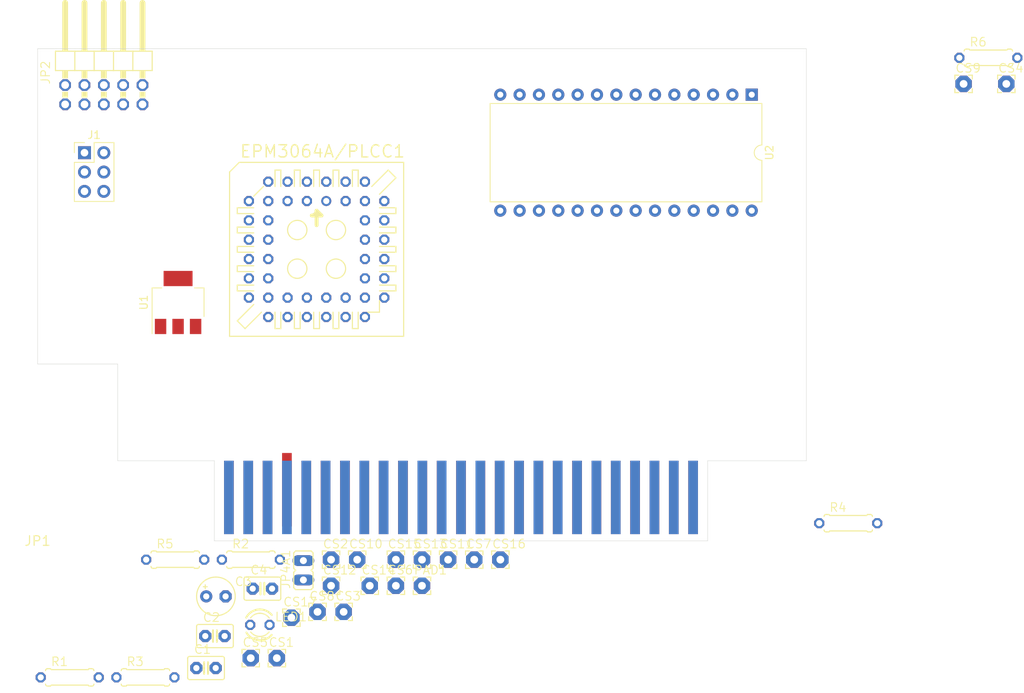
<source format=kicad_pcb>
(kicad_pcb (version 20211014) (generator pcbnew)
  (layers (0 "F.Cu" signal) (31 "B.Cu" signal) (34 "B.Paste" user) (35 "F.Paste" user) (36 "B.SilkS" user "B.Silkscreen") (37 "F.SilkS" user "F.Silkscreen") (38 "B.Mask" user) (39 "F.Mask" user) (44 "Edge.Cuts" user))
  (net 0 "")
  (net 1 "A8")
  (net 2 "A13")
  (net 3 "A2")
  (net 4 "A4")
  (net 5 "D0")
  (net 6 "D2")
  (net 7 "D4")
  (net 8 "D6")
  (net 9 "A9")
  (net 10 "A11")
  (net 11 "A7")
  (net 12 "A12")
  (net 13 "A1")
  (net 14 "A3")
  (net 15 "A5")
  (net 16 "D1")
  (net 17 "D3")
  (net 18 "D5")
  (net 19 "D7")
  (net 20 "GND")
  (net 21 "A6")
  (net 22 "A0")
  (net 23 "A10")
  (net 24 "SLTSL")
  (net 25 "CS1")
  (net 26 "RD")
  (net 27 "WR")
  (net 28 "IORQ")
  (net 29 "CS2")
  (net 30 "ROM_A14")
  (net 31 "VCC")
  (net 32 "Net-(CS1-Pad1)")
  (net 33 "Net-(CS2-Pad1)")
  (net 34 "Net-(CS3-Pad1)")
  (net 35 "Net-(CS4-Pad1)")
  (net 36 "Net-(CS5-Pad1)")
  (net 37 "Net-(CS6-Pad1)")
  (net 38 "Net-(CS7-Pad1)")
  (net 40 "Net-(CS9-Pad1)")
  (net 41 "Net-(CS10-Pad1)")
  (net 42 "Net-(CS11-Pad1)")
  (net 43 "Net-(CS12-Pad1)")
  (net 44 "Net-(CS13-Pad1)")
  (net 45 "Net-(CS14-Pad1)")
  (net 46 "Net-(CS15-Pad1)")
  (net 47 "Net-(CS16-Pad1)")
  (net 48 "Net-(CS17-Pad1)")
  (net 49 "+3.3V")
  (net 50 "SPI_MOSI")
  (net 51 "BUSDIR_CPLD")
  (net 52 "TDI")
  (net 53 "LED")
  (net 54 "SPI_RDY")
  (net 55 "TMS")
  (net 56 "SPI_CS")
  (net 57 "TCK")
  (net 58 "SPI_SCLK")
  (net 59 "TDO")
  (net 60 "SPI_MISO")
  (net 61 "CS12")
  (net 62 "ROM_OE")
  (net 64 "BUSDIR_Z80")
  (net 66 "Net-(JP1-Pad44)")
  (net 67 "SNDIN")
  (net 71 "Net-(LED1-PadA)")
  (net 73 "+5V")
  (net 74 "+3V3")
  (footprint "msxpi:0207_7" (layer "F.Cu") (at 102.201803 155.308195)
    (fp_text reference "R1" (at -2.54 -1.397) (layer "F.SilkS") (effects (font (size 1.143 1.143) (thickness 0.127)) (justify left bottom)))
    (fp_text value "270R")
    (pad "1" thru_hole roundrect (at -3.81 0) (size 1.3208 1.3208) (drill 0.8128) (layers *.Cu *.Mask) (chamfer_ratio 0.2928932188) (chamfer top_left top_right bottom_left bottom_right) (net 71 "Net-(LED1-PadA)"))
    (pad "2" thru_hole roundrect (at 3.81 0) (size 1.3208 1.3208) (drill 0.8128) (layers *.Cu *.Mask) (chamfer_ratio 0.2928932188) (chamfer top_left top_right bottom_left bottom_right) (net 53 "LED"))
  )
  (footprint "msxpi:2,15_1,0" (layer "F.Cu") (at 148.460603 143.268195)
    (fp_text reference "PAD1" (at -1.143 -1.397) (layer "F.SilkS") (effects (font (size 1.143 1.143) (thickness 0.127)) (justify left bottom)))
    (fp_text value "2,15/1,0")
    (pad "1" thru_hole roundrect (at 0 0) (size 2.159 2.159) (drill 1.016) (layers *.Cu *.Mask) (chamfer_ratio 0.2928932188) (chamfer top_left top_right bottom_left bottom_right))
  )
  (footprint "msxpi:2,15_1,0" (layer "F.Cu") (at 225.190603 77.318195)
    (fp_text reference "CS4" (at -1.143 -1.397) (layer "F.SilkS") (effects (font (size 1.143 1.143) (thickness 0.127)) (justify left bottom)))
    (fp_text value "2,15/1,0")
    (pad "1" thru_hole roundrect (at 0 0) (size 2.159 2.159) (drill 1.016) (layers *.Cu *.Mask) (chamfer_ratio 0.2928932188) (chamfer top_left top_right bottom_left bottom_right) (net 35 "Net-(CS4-Pad1)"))
  )
  (footprint "msxpi:2,15_1,0" (layer "F.Cu") (at 155.320603 139.838195)
    (fp_text reference "CS7" (at -1.143 -1.397) (layer "F.SilkS") (effects (font (size 1.143 1.143) (thickness 0.127)) (justify left bottom)))
    (fp_text value "2,15/1,0")
    (pad "1" thru_hole roundrect (at 0 0) (size 2.159 2.159) (drill 1.016) (layers *.Cu *.Mask) (chamfer_ratio 0.2928932188) (chamfer top_left top_right bottom_left bottom_right) (net 38 "Net-(CS7-Pad1)"))
  )
  (footprint "msxpi:2,15_1,0" (layer "F.Cu") (at 129.400603 152.778195)
    (fp_text reference "CS1" (at -1.143 -1.397) (layer "F.SilkS") (effects (font (size 1.143 1.143) (thickness 0.127)) (justify left bottom)))
    (fp_text value "2,15/1,0")
    (pad "1" thru_hole roundrect (at 0 0) (size 2.159 2.159) (drill 1.016) (layers *.Cu *.Mask) (chamfer_ratio 0.2928932188) (chamfer top_left top_right bottom_left bottom_right) (net 32 "Net-(CS1-Pad1)"))
  )
  (footprint "Package_DIP:DIP-28_W15.24mm" (layer "F.Cu") (at 191.76 78.735 -90)
    (fp_text reference "U2" (at 7.62 -2.33 90) (layer "F.SilkS"))
    (fp_text value "27C256")
    (pad "1" thru_hole rect (at 0 0 270) (size 1.6 1.6) (drill 0.8) (layers *.Cu *.Mask) (net 44 "Net-(CS13-Pad1)"))
    (pad "2" thru_hole oval (at 0 2.54 270) (size 1.6 1.6) (drill 0.8) (layers *.Cu *.Mask) (net 12 "A12"))
    (pad "3" thru_hole oval (at 0 5.08 270) (size 1.6 1.6) (drill 0.8) (layers *.Cu *.Mask) (net 11 "A7"))
    (pad "4" thru_hole oval (at 0 7.62 270) (size 1.6 1.6) (drill 0.8) (layers *.Cu *.Mask) (net 21 "A6"))
    (pad "5" thru_hole oval (at 0 10.16 270) (size 1.6 1.6) (drill 0.8) (layers *.Cu *.Mask) (net 15 "A5"))
    (pad "6" thru_hole oval (at 0 12.7 270) (size 1.6 1.6) (drill 0.8) (layers *.Cu *.Mask) (net 4 "A4"))
    (pad "7" thru_hole oval (at 0 15.24 270) (size 1.6 1.6) (drill 0.8) (layers *.Cu *.Mask) (net 14 "A3"))
    (pad "8" thru_hole oval (at 0 17.78 270) (size 1.6 1.6) (drill 0.8) (layers *.Cu *.Mask) (net 3 "A2"))
    (pad "9" thru_hole oval (at 0 20.32 270) (size 1.6 1.6) (drill 0.8) (layers *.Cu *.Mask) (net 13 "A1"))
    (pad "10" thru_hole oval (at 0 22.86 270) (size 1.6 1.6) (drill 0.8) (layers *.Cu *.Mask) (net 22 "A0"))
    (pad "11" thru_hole oval (at 0 25.4 270) (size 1.6 1.6) (drill 0.8) (layers *.Cu *.Mask) (net 5 "D0"))
    (pad "12" thru_hole oval (at 0 27.94 270) (size 1.6 1.6) (drill 0.8) (layers *.Cu *.Mask) (net 16 "D1"))
    (pad "13" thru_hole oval (at 0 30.48 270) (size 1.6 1.6) (drill 0.8) (layers *.Cu *.Mask) (net 6 "D2"))
    (pad "14" thru_hole oval (at 0 33.02 270) (size 1.6 1.6) (drill 0.8) (layers *.Cu *.Mask))
    (pad "15" thru_hole oval (at 15.24 33.02 270) (size 1.6 1.6) (drill 0.8) (layers *.Cu *.Mask) (net 17 "D3"))
    (pad "16" thru_hole oval (at 15.24 30.48 270) (size 1.6 1.6) (drill 0.8) (layers *.Cu *.Mask) (net 7 "D4"))
    (pad "17" thru_hole oval (at 15.24 27.94 270) (size 1.6 1.6) (drill 0.8) (layers *.Cu *.Mask) (net 18 "D5"))
    (pad "18" thru_hole oval (at 15.24 25.4 270) (size 1.6 1.6) (drill 0.8) (layers *.Cu *.Mask) (net 8 "D6"))
    (pad "19" thru_hole oval (at 15.24 22.86 270) (size 1.6 1.6) (drill 0.8) (layers *.Cu *.Mask) (net 19 "D7"))
    (pad "20" thru_hole oval (at 15.24 20.32 270) (size 1.6 1.6) (drill 0.8) (layers *.Cu *.Mask) (net 24 "SLTSL"))
    (pad "21" thru_hole oval (at 15.24 17.78 270) (size 1.6 1.6) (drill 0.8) (layers *.Cu *.Mask) (net 23 "A10"))
    (pad "22" thru_hole oval (at 15.24 15.24 270) (size 1.6 1.6) (drill 0.8) (layers *.Cu *.Mask) (net 62 "ROM_OE"))
    (pad "23" thru_hole oval (at 15.24 12.7 270) (size 1.6 1.6) (drill 0.8) (layers *.Cu *.Mask) (net 10 "A11"))
    (pad "24" thru_hole oval (at 15.24 10.16 270) (size 1.6 1.6) (drill 0.8) (layers *.Cu *.Mask) (net 9 "A9"))
    (pad "25" thru_hole oval (at 15.24 7.62 270) (size 1.6 1.6) (drill 0.8) (layers *.Cu *.Mask) (net 1 "A8"))
    (pad "26" thru_hole oval (at 15.24 5.08 270) (size 1.6 1.6) (drill 0.8) (layers *.Cu *.Mask) (net 2 "A13"))
    (pad "27" thru_hole oval (at 15.24 2.54 270) (size 1.6 1.6) (drill 0.8) (layers *.Cu *.Mask) (net 30 "ROM_A14"))
    (pad "28" thru_hole oval (at 15.24 0 270) (size 1.6 1.6) (drill 0.8) (layers *.Cu *.Mask) (net 73 "+5V"))
  )
  (footprint "msxpi:2,15_1,0" (layer "F.Cu") (at 139.950603 139.838195)
    (fp_text reference "CS10" (at -1.143 -1.397) (layer "F.SilkS") (effects (font (size 1.143 1.143) (thickness 0.127)) (justify left bottom)))
    (fp_text value "2,15/1,0")
    (pad "1" thru_hole roundrect (at 0 0) (size 2.159 2.159) (drill 1.016) (layers *.Cu *.Mask) (chamfer_ratio 0.2928932188) (chamfer top_left top_right bottom_left bottom_right) (net 41 "Net-(CS10-Pad1)"))
  )
  (footprint "msxpi:2,15_1,0" (layer "F.Cu") (at 145.030603 143.268195)
    (fp_text reference "CS6" (at -1.143 -1.397) (layer "F.SilkS") (effects (font (size 1.143 1.143) (thickness 0.127)) (justify left bottom)))
    (fp_text value "2,15/1,0")
    (pad "1" thru_hole roundrect (at 0 0) (size 2.159 2.159) (drill 1.016) (layers *.Cu *.Mask) (chamfer_ratio 0.2928932188) (chamfer top_left top_right bottom_left bottom_right) (net 37 "Net-(CS6-Pad1)"))
  )
  (footprint "msxpi:2X05_90" (layer "F.Cu") (at 106.68 73.66)
    (fp_text reference "JP2" (at -6.985 3.81 90) (layer "F.SilkS") (effects (font (size 1.143 1.143) (thickness 0.127)) (justify left bottom)))
    (fp_text value "JTAG")
    (pad "1" thru_hole roundrect (at -5.08 6.35) (size 1.524 1.524) (drill 1.016) (layers *.Cu *.Mask) (chamfer_ratio 0.2928932188) (chamfer top_left top_right bottom_left bottom_right) (net 57 "TCK"))
    (pad "2" thru_hole roundrect (at -5.08 3.81) (size 1.524 1.524) (drill 1.016) (layers *.Cu *.Mask) (chamfer_ratio 0.2928932188) (chamfer top_left top_right bottom_left bottom_right) (net 20 "GND"))
    (pad "3" thru_hole roundrect (at -2.54 6.35) (size 1.524 1.524) (drill 1.016) (layers *.Cu *.Mask) (chamfer_ratio 0.2928932188) (chamfer top_left top_right bottom_left bottom_right) (net 59 "TDO"))
    (pad "4" thru_hole roundrect (at -2.54 3.81) (size 1.524 1.524) (drill 1.016) (layers *.Cu *.Mask) (chamfer_ratio 0.2928932188) (chamfer top_left top_right bottom_left bottom_right) (net 73 "+5V"))
    (pad "5" thru_hole roundrect (at 0 6.35) (size 1.524 1.524) (drill 1.016) (layers *.Cu *.Mask) (chamfer_ratio 0.2928932188) (chamfer top_left top_right bottom_left bottom_right) (net 55 "TMS"))
    (pad "6" thru_hole roundrect (at 0 3.81) (size 1.524 1.524) (drill 1.016) (layers *.Cu *.Mask) (chamfer_ratio 0.2928932188) (chamfer top_left top_right bottom_left bottom_right))
    (pad "7" thru_hole roundrect (at 2.54 6.35) (size 1.524 1.524) (drill 1.016) (layers *.Cu *.Mask) (chamfer_ratio 0.2928932188) (chamfer top_left top_right bottom_left bottom_right))
    (pad "8" thru_hole roundrect (at 2.54 3.81) (size 1.524 1.524) (drill 1.016) (layers *.Cu *.Mask) (chamfer_ratio 0.2928932188) (chamfer top_left top_right bottom_left bottom_right))
    (pad "9" thru_hole roundrect (at 5.08 6.35) (size 1.524 1.524) (drill 1.016) (layers *.Cu *.Mask) (chamfer_ratio 0.2928932188) (chamfer top_left top_right bottom_left bottom_right) (net 52 "TDI"))
    (pad "10" thru_hole roundrect (at 5.08 3.81) (size 1.524 1.524) (drill 1.016) (layers *.Cu *.Mask) (chamfer_ratio 0.2928932188) (chamfer top_left top_right bottom_left bottom_right) (net 20 "GND"))
  )
  (footprint "msxpi:2,15_1,0" (layer "F.Cu") (at 125.970603 152.778195)
    (fp_text reference "CS5" (at -1.143 -1.397) (layer "F.SilkS") (effects (font (size 1.143 1.143) (thickness 0.127)) (justify left bottom)))
    (fp_text value "2,15/1,0")
    (pad "1" thru_hole roundrect (at 0 0) (size 2.159 2.159) (drill 1.016) (layers *.Cu *.Mask) (chamfer_ratio 0.2928932188) (chamfer top_left top_right bottom_left bottom_right) (net 36 "Net-(CS5-Pad1)"))
  )
  (footprint "msxpi:2,15_1,0" (layer "F.Cu") (at 134.740603 146.698195)
    (fp_text reference "CS8" (at -1.143 -1.397) (layer "F.SilkS") (effects (font (size 1.143 1.143) (thickness 0.127)) (justify left bottom)))
    (fp_text value "2,15/1,0")
    (pad "1" thru_hole roundrect (at 0 0) (size 2.159 2.159) (drill 1.016) (layers *.Cu *.Mask) (chamfer_ratio 0.2928932188) (chamfer top_left top_right bottom_left bottom_right))
  )
  (footprint "msxpi:E2,5-5" (layer "F.Cu") (at 121.397603 144.665195)
    (fp_text reference "C3" (at 2.413 -1.27) (layer "F.SilkS") (effects (font (size 1.143 1.143) (thickness 0.127)) (justify left bottom)))
    (fp_text value "CPOL-EUE2.5-5")
    (pad "+" thru_hole circle (at -1.27 0) (size 1.6002 1.6002) (drill 0.8128) (layers *.Cu *.Mask) (net 74 "+3V3"))
    (pad "-" thru_hole roundrect (at 1.27 0) (size 1.6002 1.6002) (drill 0.8128) (layers *.Cu *.Mask) (chamfer_ratio 0.2928932188) (chamfer top_left top_right bottom_left bottom_right) (net 20 "GND"))
  )
  (footprint "msxpi:2,15_1,0" (layer "F.Cu") (at 145.030603 139.838195)
    (fp_text reference "CS15" (at -1.143 -1.397) (layer "F.SilkS") (effects (font (size 1.143 1.143) (thickness 0.127)) (justify left bottom)))
    (fp_text value "2,15/1,0")
    (pad "1" thru_hole roundrect (at 0 0) (size 2.159 2.159) (drill 1.016) (layers *.Cu *.Mask) (chamfer_ratio 0.2928932188) (chamfer top_left top_right bottom_left bottom_right) (net 46 "Net-(CS15-Pad1)"))
  )
  (footprint "msxpi:2,15_1,0" (layer "F.Cu") (at 148.460603 139.838195)
    (fp_text reference "CS13" (at -1.143 -1.397) (layer "F.SilkS") (effects (font (size 1.143 1.143) (thickness 0.127)) (justify left bottom)))
    (fp_text value "2,15/1,0")
    (pad "1" thru_hole roundrect (at 0 0) (size 2.159 2.159) (drill 1.016) (layers *.Cu *.Mask) (chamfer_ratio 0.2928932188) (chamfer top_left top_right bottom_left bottom_right) (net 44 "Net-(CS13-Pad1)"))
  )
  (footprint "msxpi:0207_7" (layer "F.Cu") (at 222.831803 73.888195)
    (fp_text reference "R6" (at -2.54 -1.397) (layer "F.SilkS") (effects (font (size 1.143 1.143) (thickness 0.127)) (justify left bottom)))
    (fp_text value "1K")
    (pad "1" thru_hole roundrect (at -3.81 0) (size 1.3208 1.3208) (drill 0.8128) (layers *.Cu *.Mask) (chamfer_ratio 0.2928932188) (chamfer top_left top_right bottom_left bottom_right) (net 73 "+5V"))
    (pad "2" thru_hole roundrect (at 3.81 0) (size 1.3208 1.3208) (drill 0.8128) (layers *.Cu *.Mask) (chamfer_ratio 0.2928932188) (chamfer top_left top_right bottom_left bottom_right) (net 52 "TDI"))
  )
  (footprint "msxpi:C2.5-3" (layer "F.Cu") (at 121.270603 149.879195)
    (fp_text reference "C2" (at -1.651 -1.778) (layer "F.SilkS") (effects (font (size 1.143 1.143) (thickness 0.127)) (justify left bottom)))
    (fp_text value "C2,5-3")
    (pad "1" thru_hole roundrect (at -1.27 0) (size 1.6002 1.6002) (drill 0.8128) (layers *.Cu *.Mask) (chamfer_ratio 0.2928932188) (chamfer top_left top_right bottom_left bottom_right) (net 31 "VCC"))
    (pad "2" thru_hole roundrect (at 1.27 0) (size 1.6002 1.6002) (drill 0.8128) (layers *.Cu *.Mask) (chamfer_ratio 0.2928932188) (chamfer top_left top_right bottom_left bottom_right) (net 20 "GND"))
  )
  (footprint "msxpi:C2.5-3" (layer "F.Cu") (at 120.100603 154.079195)
    (fp_text reference "C1" (at -1.651 -1.778) (layer "F.SilkS") (effects (font (size 1.143 1.143) (thickness 0.127)) (justify left bottom)))
    (fp_text value "C2,5-3")
    (pad "1" thru_hole roundrect (at -1.27 0) (size 1.6002 1.6002) (drill 0.8128) (layers *.Cu *.Mask) (chamfer_ratio 0.2928932188) (chamfer top_left top_right bottom_left bottom_right) (net 73 "+5V"))
    (pad "2" thru_hole roundrect (at 1.27 0) (size 1.6002 1.6002) (drill 0.8128) (layers *.Cu *.Mask) (chamfer_ratio 0.2928932188) (chamfer top_left top_right bottom_left bottom_right) (net 20 "GND"))
  )
  (footprint "msxpi:0207_7" (layer "F.Cu") (at 204.431803 135.048195)
    (fp_text reference "R4" (at -2.54 -1.397) (layer "F.SilkS") (effects (font (size 1.143 1.143) (thickness 0.127)) (justify left bottom)))
    (fp_text value "1K")
    (pad "1" thru_hole roundrect (at -3.81 0) (size 1.3208 1.3208) (drill 0.8128) (layers *.Cu *.Mask) (chamfer_ratio 0.2928932188) (chamfer top_left top_right bottom_left bottom_right) (net 73 "+5V"))
    (pad "2" thru_hole roundrect (at 3.81 0) (size 1.3208 1.3208) (drill 0.8128) (layers *.Cu *.Mask) (chamfer_ratio 0.2928932188) (chamfer top_left top_right bottom_left bottom_right) (net 59 "TDO"))
  )
  (footprint "Package_TO_SOT_SMD:SOT-223-3_TabPin2" (layer "F.Cu") (at 116.429715 106.043262 90)
    (fp_text reference "U1" (at 0 -4.5 90) (layer "F.SilkS"))
    (fp_text value "LD1117/LD33A_SOT223")
    (pad "1" smd rect (at -3.15 -2.3 90) (size 2 1.5) (layers "F.Cu" "F.Paste" "F.Mask") (net 20 "GND"))
    (pad "2" smd rect (at -3.15 0 90) (size 2 1.5) (layers "F.Cu" "F.Paste" "F.Mask") (net 74 "+3V3"))
    (pad "2" smd rect (at 3.15 0 90) (size 2 3.8) (layers "F.Cu" "F.Paste" "F.Mask") (net 74 "+3V3"))
    (pad "3" smd rect (at -3.15 2.3 90) (size 2 1.5) (layers "F.Cu" "F.Paste" "F.Mask") (net 73 "+5V"))
  )
  (footprint "msxpi:2,15_1,0" (layer "F.Cu") (at 136.520603 143.268195)
    (fp_text reference "CS12" (at -1.143 -1.397) (layer "F.SilkS") (effects (font (size 1.143 1.143) (thickness 0.127)) (justify left bottom)))
    (fp_text value "2,15/1,0")
    (pad "1" thru_hole roundrect (at 0 0) (size 2.159 2.159) (drill 1.016) (layers *.Cu *.Mask) (chamfer_ratio 0.2928932188) (chamfer top_left top_right bottom_left bottom_right) (net 43 "Net-(CS12-Pad1)"))
  )
  (footprint "msxpi:2,15_1,0" (layer "F.Cu") (at 158.750603 139.838195)
    (fp_text reference "CS16" (at -1.143 -1.397) (layer "F.SilkS") (effects (font (size 1.143 1.143) (thickness 0.127)) (justify left bottom)))
    (fp_text value "2,15/1,0")
    (pad "1" thru_hole roundrect (at 0 0) (size 2.159 2.159) (drill 1.016) (layers *.Cu *.Mask) (chamfer_ratio 0.2928932188) (chamfer top_left top_right bottom_left bottom_right) (net 47 "Net-(CS16-Pad1)"))
  )
  (footprint "msxpi:2,15_1,0" (layer "F.Cu") (at 138.170603 146.698195)
    (fp_text reference "CS3" (at -1.143 -1.397) (layer "F.SilkS") (effects (font (size 1.143 1.143) (thickness 0.127)) (justify left bottom)))
    (fp_text value "2,15/1,0")
    (pad "1" thru_hole roundrect (at 0 0) (size 2.159 2.159) (drill 1.016) (layers *.Cu *.Mask) (chamfer_ratio 0.2928932188) (chamfer top_left top_right bottom_left bottom_right) (net 34 "Net-(CS3-Pad1)"))
  )
  (footprint "Connector_PinHeader_2.54mm:PinHeader_2x03_P2.54mm_Vertical" (layer "F.Cu") (at 104.14 86.36)
    (fp_text reference "J1" (at 1.27 -2.33) (layer "F.SilkS"))
    (fp_text value "BANK SELECT")
    (pad "1" thru_hole rect (at 0 0) (size 1.7 1.7) (drill 1) (layers *.Cu *.Mask) (net 61 "CS12"))
    (pad "2" thru_hole oval (at 2.54 0) (size 1.7 1.7) (drill 1) (layers *.Cu *.Mask) (net 62 "ROM_OE"))
    (pad "3" thru_hole oval (at 0 2.54) (size 1.7 1.7) (drill 1) (layers *.Cu *.Mask) (net 29 "CS2"))
    (pad "4" thru_hole oval (at 2.54 2.54) (size 1.7 1.7) (drill 1) (layers *.Cu *.Mask) (net 62 "ROM_OE"))
    (pad "5" thru_hole oval (at 0 5.08) (size 1.7 1.7) (drill 1) (layers *.Cu *.Mask) (net 25 "CS1"))
    (pad "6" thru_hole oval (at 2.54 5.08) (size 1.7 1.7) (drill 1) (layers *.Cu *.Mask) (net 62 "ROM_OE"))
  )
  (footprint "msxpi:2,15_1,0" (layer "F.Cu") (at 151.890603 139.838195)
    (fp_text reference "CS11" (at -1.143 -1.397) (layer "F.SilkS") (effects (font (size 1.143 1.143) (thickness 0.127)) (justify left bottom)))
    (fp_text value "2,15/1,0")
    (pad "1" thru_hole roundrect (at 0 0) (size 2.159 2.159) (drill 1.016) (layers *.Cu *.Mask) (chamfer_ratio 0.2928932188) (chamfer top_left top_right bottom_left bottom_right) (net 42 "Net-(CS11-Pad1)"))
  )
  (footprint "msxpi:0207_7" (layer "F.Cu") (at 116.051803 139.838195)
    (fp_text reference "R5" (at -2.54 -1.397) (layer "F.SilkS") (effects (font (size 1.143 1.143) (thickness 0.127)) (justify left bottom)))
    (fp_text value "1K")
    (pad "1" thru_hole roundrect (at -3.81 0) (size 1.3208 1.3208) (drill 0.8128) (layers *.Cu *.Mask) (chamfer_ratio 0.2928932188) (chamfer top_left top_right bottom_left bottom_right) (net 73 "+5V"))
    (pad "2" thru_hole roundrect (at 3.81 0) (size 1.3208 1.3208) (drill 0.8128) (layers *.Cu *.Mask) (chamfer_ratio 0.2928932188) (chamfer top_left top_right bottom_left bottom_right) (net 55 "TMS"))
  )
  (footprint "msxpi:JP1" (layer "F.Cu") (at 132.883803 141.235195)
    (fp_text reference "JP4A1" (at -1.651 2.54 90) (layer "F.SilkS") (effects (font (size 1.143 1.143) (thickness 0.127)) (justify left bottom)))
    (fp_text value "JP4B")
    (pad "1" thru_hole oval (at 0 1.27) (size 2.8448 1.4224) (drill 0.9144) (layers *.Cu *.Mask) (net 64 "BUSDIR_Z80"))
    (pad "2" thru_hole oval (at 0 -1.27) (size 2.8448 1.4224) (drill 0.9144) (layers *.Cu *.Mask) (net 51 "BUSDIR_CPLD"))
  )
  (footprint "msxpi:2,15_1,0" (layer "F.Cu") (at 131.310603 147.468195)
    (fp_text reference "CS17" (at -1.143 -1.397) (layer "F.SilkS") (effects (font (size 1.143 1.143) (thickness 0.127)) (justify left bottom)))
    (fp_text value "2,15/1,0")
    (pad "1" thru_hole roundrect (at 0 0) (size 2.159 2.159) (drill 1.016) (layers *.Cu *.Mask) (chamfer_ratio 0.2928932188) (chamfer top_left top_right bottom_left bottom_right) (net 48 "Net-(CS17-Pad1)"))
  )
  (footprint "msxpi:2,15_1,0" (layer "F.Cu") (at 219.580603 77.318195)
    (fp_text reference "CS9" (at -1.143 -1.397) (layer "F.SilkS") (effects (font (size 1.143 1.143) (thickness 0.127)) (justify left bottom)))
    (fp_text value "2,15/1,0")
    (pad "1" thru_hole roundrect (at 0 0) (size 2.159 2.159) (drill 1.016) (layers *.Cu *.Mask) (chamfer_ratio 0.2928932188) (chamfer top_left top_right bottom_left bottom_right) (net 40 "Net-(CS9-Pad1)"))
  )
  (footprint "msxpi:LED3MM" (layer "F.Cu") (at 127.170403 148.407995)
    (fp_text reference "LED1" (at 1.905 -0.381) (layer "F.SilkS") (effects (font (size 1.143 1.143) (thickness 0.127)) (justify left bottom)))
    (fp_text value "LED3MM")
    (pad "A" thru_hole roundrect (at -1.27 0) (size 1.3208 1.3208) (drill 0.8128) (layers *.Cu *.Mask) (chamfer_ratio 0.2928932188) (chamfer top_left top_right bottom_left bottom_right) (net 71 "Net-(LED1-PadA)"))
    (pad "K" thru_hole roundrect (at 1.27 0) (size 1.3208 1.3208) (drill 0.8128) (layers *.Cu *.Mask) (chamfer_ratio 0.2928932188) (chamfer top_left top_right bottom_left bottom_right) (net 20 "GND"))
  )
  (footprint "msxpi:2,15_1,0" (layer "F.Cu") (at 141.600603 143.268195)
    (fp_text reference "CS14" (at -1.143 -1.397) (layer "F.SilkS") (effects (font (size 1.143 1.143) (thickness 0.127)) (justify left bottom)))
    (fp_text value "2,15/1,0")
    (pad "1" thru_hole roundrect (at 0 0) (size 2.159 2.159) (drill 1.016) (layers *.Cu *.Mask) (chamfer_ratio 0.2928932188) (chamfer top_left top_right bottom_left bottom_right) (net 45 "Net-(CS14-Pad1)"))
  )
  (footprint "msxpi:2,15_1,0" (layer "F.Cu") (at 136.520603 139.838195)
    (fp_text reference "CS2" (at -1.143 -1.397) (layer "F.SilkS") (effects (font (size 1.143 1.143) (thickness 0.127)) (justify left bottom)))
    (fp_text value "2,15/1,0")
    (pad "1" thru_hole roundrect (at 0 0) (size 2.159 2.159) (drill 1.016) (layers *.Cu *.Mask) (chamfer_ratio 0.2928932188) (chamfer top_left top_right bottom_left bottom_right) (net 33 "Net-(CS2-Pad1)"))
  )
  (footprint "msxpi:0207_7" (layer "F.Cu") (at 112.141803 155.308195)
    (fp_text reference "R3" (at -2.54 -1.397) (layer "F.SilkS") (effects (font (size 1.143 1.143) (thickness 0.127)) (justify left bottom)))
    (fp_text value "1K")
    (pad "1" thru_hole roundrect (at -3.81 0) (size 1.3208 1.3208) (drill 0.8128) (layers *.Cu *.Mask) (chamfer_ratio 0.2928932188) (chamfer top_left top_right bottom_left bottom_right) (net 20 "GND"))
    (pad "2" thru_hole roundrect (at 3.81 0) (size 1.3208 1.3208) (drill 0.8128) (layers *.Cu *.Mask) (chamfer_ratio 0.2928932188) (chamfer top_left top_right bottom_left bottom_right) (net 57 "TCK"))
  )
  (footprint "msxpi:C2.5-3" (layer "F.Cu") (at 127.500603 143.649195)
    (fp_text reference "C4" (at -1.651 -1.778) (layer "F.SilkS") (effects (font (size 1.143 1.143) (thickness 0.127)) (justify left bottom)))
    (fp_text value "C2,5-3")
    (pad "1" thru_hole roundrect (at -1.27 0) (size 1.6002 1.6002) (drill 0.8128) (layers *.Cu *.Mask) (chamfer_ratio 0.2928932188) (chamfer top_left top_right bottom_left bottom_right) (net 74 "+3V3"))
    (pad "2" thru_hole roundrect (at 1.27 0) (size 1.6002 1.6002) (drill 0.8128) (layers *.Cu *.Mask) (chamfer_ratio 0.2928932188) (chamfer top_left top_right bottom_left bottom_right) (net 20 "GND"))
  )
  (footprint "msxpi:PLCC-S44" (layer "F.Cu") (at 134.62 99.06)
    (fp_text reference "EPM3064A/PLCC1" (at -10.16 -11.938) (layer "F.SilkS") (effects (font (size 1.6002 1.6002) (thickness 0.1778)) (justify left bottom)))
    (fp_text value "EPM3064A")
    (pad "1" thru_hole circle (at 1.27 -6.35) (size 1.3208 1.3208) (drill 0.8128) (layers *.Cu *.Mask) (net 46 "Net-(CS15-Pad1)"))
    (pad "2" thru_hole roundrect (at -1.27 -8.89) (size 1.3208 1.3208) (drill 0.8128) (layers *.Cu *.Mask) (chamfer_ratio 0.2928932188) (chamfer top_left top_right bottom_left bottom_right) (net 48 "Net-(CS17-Pad1)"))
    (pad "3" thru_hole roundrect (at -1.27 -6.35) (size 1.3208 1.3208) (drill 0.8128) (layers *.Cu *.Mask) (chamfer_ratio 0.2928932188) (chamfer top_left top_right bottom_left bottom_right) (net 49 "+3.3V"))
    (pad "4" thru_hole roundrect (at -3.81 -8.89) (size 1.3208 1.3208) (drill 0.8128) (layers *.Cu *.Mask) (chamfer_ratio 0.2928932188) (chamfer top_left top_right bottom_left bottom_right) (net 11 "A7"))
    (pad "5" thru_hole roundrect (at -3.81 -6.35) (size 1.3208 1.3208) (drill 0.8128) (layers *.Cu *.Mask) (chamfer_ratio 0.2928932188) (chamfer top_left top_right bottom_left bottom_right) (net 50 "SPI_MOSI"))
    (pad "6" thru_hole roundrect (at -6.35 -8.89) (size 1.3208 1.3208) (drill 0.8128) (layers *.Cu *.Mask) (chamfer_ratio 0.2928932188) (chamfer top_left top_right bottom_left bottom_right) (net 51 "BUSDIR_CPLD"))
    (pad "7" thru_hole roundrect (at -8.89 -6.35) (size 1.3208 1.3208) (drill 0.8128) (layers *.Cu *.Mask) (chamfer_ratio 0.2928932188) (chamfer top_left top_right bottom_left bottom_right) (net 52 "TDI"))
    (pad "8" thru_hole roundrect (at -6.35 -6.35) (size 1.3208 1.3208) (drill 0.8128) (layers *.Cu *.Mask) (chamfer_ratio 0.2928932188) (chamfer top_left top_right bottom_left bottom_right) (net 53 "LED"))
    (pad "9" thru_hole roundrect (at -8.89 -3.81) (size 1.3208 1.3208) (drill 0.8128) (layers *.Cu *.Mask) (chamfer_ratio 0.2928932188) (chamfer top_left top_right bottom_left bottom_right) (net 5 "D0"))
    (pad "10" thru_hole roundrect (at -6.35 -3.81) (size 1.3208 1.3208) (drill 0.8128) (layers *.Cu *.Mask) (chamfer_ratio 0.2928932188) (chamfer top_left top_right bottom_left bottom_right) (net 20 "GND"))
    (pad "11" thru_hole roundrect (at -8.89 -1.27) (size 1.3208 1.3208) (drill 0.8128) (layers *.Cu *.Mask) (chamfer_ratio 0.2928932188) (chamfer top_left top_right bottom_left bottom_right) (net 6 "D2"))
    (pad "12" thru_hole roundrect (at -6.35 -1.27) (size 1.3208 1.3208) (drill 0.8128) (layers *.Cu *.Mask) (chamfer_ratio 0.2928932188) (chamfer top_left top_right bottom_left bottom_right) (net 54 "SPI_RDY"))
    (pad "13" thru_hole roundrect (at -8.89 1.27) (size 1.3208 1.3208) (drill 0.8128) (layers *.Cu *.Mask) (chamfer_ratio 0.2928932188) (chamfer top_left top_right bottom_left bottom_right) (net 55 "TMS"))
    (pad "14" thru_hole roundrect (at -6.35 1.27) (size 1.3208 1.3208) (drill 0.8128) (layers *.Cu *.Mask) (chamfer_ratio 0.2928932188) (chamfer top_left top_right bottom_left bottom_right) (net 7 "D4"))
    (pad "15" thru_hole roundrect (at -8.89 3.81) (size 1.3208 1.3208) (drill 0.8128) (layers *.Cu *.Mask) (chamfer_ratio 0.2928932188) (chamfer top_left top_right bottom_left bottom_right) (net 49 "+3.3V"))
    (pad "16" thru_hole roundrect (at -6.35 3.81) (size 1.3208 1.3208) (drill 0.8128) (layers *.Cu *.Mask) (chamfer_ratio 0.2928932188) (chamfer top_left top_right bottom_left bottom_right) (net 8 "D6"))
    (pad "17" thru_hole roundrect (at -8.89 6.35) (size 1.3208 1.3208) (drill 0.8128) (layers *.Cu *.Mask) (chamfer_ratio 0.2928932188) (chamfer top_left top_right bottom_left bottom_right) (net 20 "GND"))
    (pad "18" thru_hole roundrect (at -6.35 8.89) (size 1.3208 1.3208) (drill 0.8128) (layers *.Cu *.Mask) (chamfer_ratio 0.2928932188) (chamfer top_left top_right bottom_left bottom_right) (net 17 "D3"))
    (pad "19" thru_hole roundrect (at -6.35 6.35) (size 1.3208 1.3208) (drill 0.8128) (layers *.Cu *.Mask) (chamfer_ratio 0.2928932188) (chamfer top_left top_right bottom_left bottom_right) (net 19 "D7"))
    (pad "20" thru_hole roundrect (at -3.81 8.89) (size 1.3208 1.3208) (drill 0.8128) (layers *.Cu *.Mask) (chamfer_ratio 0.2928932188) (chamfer top_left top_right bottom_left bottom_right) (net 16 "D1"))
    (pad "21" thru_hole roundrect (at -3.81 6.35) (size 1.3208 1.3208) (drill 0.8128) (layers *.Cu *.Mask) (chamfer_ratio 0.2928932188) (chamfer top_left top_right bottom_left bottom_right) (net 18 "D5"))
    (pad "22" thru_hole roundrect (at -1.27 8.89) (size 1.3208 1.3208) (drill 0.8128) (layers *.Cu *.Mask) (chamfer_ratio 0.2928932188) (chamfer top_left top_right bottom_left bottom_right) (net 20 "GND"))
    (pad "23" thru_hole roundrect (at -1.27 6.35) (size 1.3208 1.3208) (drill 0.8128) (layers *.Cu *.Mask) (chamfer_ratio 0.2928932188) (chamfer top_left top_right bottom_left bottom_right) (net 49 "+3.3V"))
    (pad "24" thru_hole roundrect (at 1.27 8.89) (size 1.3208 1.3208) (drill 0.8128) (layers *.Cu *.Mask) (chamfer_ratio 0.2928932188) (chamfer top_left top_right bottom_left bottom_right) (net 3 "A2"))
    (pad "25" thru_hole roundrect (at 1.27 6.35) (size 1.3208 1.3208) (drill 0.8128) (layers *.Cu *.Mask) (chamfer_ratio 0.2928932188) (chamfer top_left top_right bottom_left bottom_right) (net 4 "A4"))
    (pad "26" thru_hole roundrect (at 3.81 8.89) (size 1.3208 1.3208) (drill 0.8128) (layers *.Cu *.Mask) (chamfer_ratio 0.2928932188) (chamfer top_left top_right bottom_left bottom_right) (net 14 "A3"))
    (pad "27" thru_hole roundrect (at 3.81 6.35) (size 1.3208 1.3208) (drill 0.8128) (layers *.Cu *.Mask) (chamfer_ratio 0.2928932188) (chamfer top_left top_right bottom_left bottom_right) (net 15 "A5"))
    (pad "28" thru_hole roundrect (at 6.35 8.89) (size 1.3208 1.3208) (drill 0.8128) (layers *.Cu *.Mask) (chamfer_ratio 0.2928932188) (chamfer top_left top_right bottom_left bottom_right) (net 56 "SPI_CS"))
    (pad "29" thru_hole roundrect (at 8.89 6.35) (size 1.3208 1.3208) (drill 0.8128) (layers *.Cu *.Mask) (chamfer_ratio 0.2928932188) (chamfer top_left top_right bottom_left bottom_right) (net 13 "A1"))
    (pad "30" thru_hole roundrect (at 6.35 6.35) (size 1.3208 1.3208) (drill 0.8128) (layers *.Cu *.Mask) (chamfer_ratio 0.2928932188) (chamfer top_left top_right bottom_left bottom_right) (net 20 "GND"))
    (pad "31" thru_hole roundrect (at 8.89 3.81) (size 1.3208 1.3208) (drill 0.8128) (layers *.Cu *.Mask) (chamfer_ratio 0.2928932188) (chamfer top_left top_right bottom_left bottom_right) (net 22 "A0"))
    (pad "32" thru_hole roundrect (at 6.35 3.81) (size 1.3208 1.3208) (drill 0.8128) (layers *.Cu *.Mask) (chamfer_ratio 0.2928932188) (chamfer top_left top_right bottom_left bottom_right) (net 57 "TCK"))
    (pad "33" thru_hole roundrect (at 8.89 1.27) (size 1.3208 1.3208) (drill 0.8128) (layers *.Cu *.Mask) (chamfer_ratio 0.2928932188) (chamfer top_left top_right bottom_left bottom_right) (net 21 "A6"))
    (pad "34" thru_hole roundrect (at 6.35 1.27) (size 1.3208 1.3208) (drill 0.8128) (layers *.Cu *.Mask) (chamfer_ratio 0.2928932188) (chamfer top_left top_right bottom_left bottom_right) (net 58 "SPI_SCLK"))
    (pad "35" thru_hole roundrect (at 8.89 -1.27) (size 1.3208 1.3208) (drill 0.8128) (layers *.Cu *.Mask) (chamfer_ratio 0.2928932188) (chamfer top_left top_right bottom_left bottom_right) (net 49 "+3.3V"))
    (pad "36" thru_hole roundrect (at 6.35 -1.27) (size 1.3208 1.3208) (drill 0.8128) (layers *.Cu *.Mask) (chamfer_ratio 0.2928932188) (chamfer top_left top_right bottom_left bottom_right) (net 20 "GND"))
    (pad "37" thru_hole roundrect (at 8.89 -3.81) (size 1.3208 1.3208) (drill 0.8128) (layers *.Cu *.Mask) (chamfer_ratio 0.2928932188) (chamfer top_left top_right bottom_left bottom_right) (net 26 "RD"))
    (pad "38" thru_hole roundrect (at 6.35 -3.81) (size 1.3208 1.3208) (drill 0.8128) (layers *.Cu *.Mask) (chamfer_ratio 0.2928932188) (chamfer top_left top_right bottom_left bottom_right) (net 59 "TDO"))
    (pad "39" thru_hole roundrect (at 8.89 -6.35) (size 1.3208 1.3208) (drill 0.8128) (layers *.Cu *.Mask) (chamfer_ratio 0.2928932188) (chamfer top_left top_right bottom_left bottom_right) (net 27 "WR"))
    (pad "40" thru_hole roundrect (at 6.35 -8.89) (size 1.3208 1.3208) (drill 0.8128) (layers *.Cu *.Mask) (chamfer_ratio 0.2928932188) (chamfer top_left top_right bottom_left bottom_right) (net 28 "IORQ"))
    (pad "41" thru_hole roundrect (at 6.35 -6.35) (size 1.3208 1.3208) (drill 0.8128) (layers *.Cu *.Mask) (chamfer_ratio 0.2928932188) (chamfer top_left top_right bottom_left bottom_right) (net 60 "SPI_MISO"))
    (pad "42" thru_hole roundrect (at 3.81 -8.89) (size 1.3208 1.3208) (drill 0.8128) (layers *.Cu *.Mask) (chamfer_ratio 0.2928932188) (chamfer top_left top_right bottom_left bottom_right) (net 20 "GND"))
    (pad "43" thru_hole roundrect (at 3.81 -6.35) (size 1.3208 1.3208) (drill 0.8128) (layers *.Cu *.Mask) (chamfer_ratio 0.2928932188) (chamfer top_left top_right bottom_left bottom_right) (net 45 "Net-(CS14-Pad1)"))
    (pad "44" thru_hole roundrect (at 1.27 -8.89) (size 1.3208 1.3208) (drill 0.8128) (layers *.Cu *.Mask) (chamfer_ratio 0.2928932188) (chamfer top_left top_right bottom_left bottom_right) (net 47 "Net-(CS16-Pad1)"))
  )
  (footprint "msxpi:0207_7" (layer "F.Cu") (at 125.991803 139.838195)
    (fp_text reference "R2" (at -2.54 -1.397) (layer "F.SilkS") (effects (font (size 1.143 1.143) (thickness 0.127)) (justify left bottom)))
    (fp_text value "R-US_0207/7")
    (pad "1" thru_hole roundrect (at -3.81 0) (size 1.3208 1.3208) (drill 0.8128) (layers *.Cu *.Mask) (chamfer_ratio 0.2928932188) (chamfer top_left top_right bottom_left bottom_right) (net 73 "+5V"))
    (pad "2" thru_hole roundrect (at 3.81 0) (size 1.3208 1.3208) (drill 0.8128) (layers *.Cu *.Mask) (chamfer_ratio 0.2928932188) (chamfer top_left top_right bottom_left bottom_right) (net 62 "ROM_OE"))
  )
  (footprint "msxpi:MSXCART" (layer "F.Cu") (at 97.981403 137.376995)
    (fp_text reference "JP1" (at 0 0) (layer "F.SilkS") (effects (font (size 1.27 1.27))))
    (fp_text value "MSXCART1")
    (fp_line (start 10.5156 -10.541) (end 23.2156 -10.541) (layer "Edge.Cuts") (width 0.05))
    (fp_line (start 100.9556 -10.541) (end 87.9856 -10.541) (layer "Edge.Cuts") (width 0.05))
    (fp_line (start 10.5156 -23.241) (end 10.5156 -10.541) (layer "Edge.Cuts") (width 0.05))
    (fp_line (start 87.9856 0) (end 87.9856 -10.541) (layer "Edge.Cuts") (width 0.05))
    (fp_line (start 0 -64.683) (end 100.9556 -64.683) (layer "Edge.Cuts") (width 0.05))
    (fp_line (start 10.5156 -23.241) (end 0 -23.241) (layer "Edge.Cuts") (width 0.05))
    (fp_line (start 23.2156 -10.541) (end 23.2156 0) (layer "Edge.Cuts") (width 0.05))
    (fp_line (start 23.2156 0) (end 87.9856 0) (layer "Edge.Cuts") (width 0.05))
    (fp_line (start 100.9556 -10.541) (end 100.9556 -64.683) (layer "Edge.Cuts") (width 0.05))
    (fp_line (start 0 -23.241) (end 0 -64.683) (layer "Edge.Cuts") (width 0.05))
    (pad "" np_thru_hole circle (at 93.3486 -33.388) (size 6.604 6.604) (drill 6.604) (layers *.Cu *.Mask))
    (pad "" np_thru_hole circle (at 27.4606 -22.326) (size 4.064 4.064) (drill 4.064) (layers *.Cu *.Mask))
    (pad "" np_thru_hole circle (at 83.5296 -17.526) (size 4.064 4.064) (drill 4.064) (layers *.Cu *.Mask))
    (pad "" np_thru_hole circle (at 7.7416 -33.118) (size 6.604 6.604) (drill 6.604) (layers *.Cu *.Mask))
    (pad "1" smd rect (at 86.0806 -5.715) (size 1.27 9.652) (layers "B.Cu" "B.Mask") (net 25 "CS1"))
    (pad "2" smd rect (at 86.0806 -5.715) (size 1.27 9.652) (layers "F.Cu" "F.Mask") (net 29 "CS2"))
    (pad "3" smd rect (at 83.5406 -5.715) (size 1.27 9.652) (layers "B.Cu" "B.Mask") (net 61 "CS12"))
    (pad "4" smd rect (at 83.5406 -5.715) (size 1.27 9.652) (layers "F.Cu" "F.Mask") (net 24 "SLTSL"))
    (pad "5" smd rect (at 81.0006 -5.715) (size 1.27 9.652) (layers "B.Cu" "B.Mask"))
    (pad "6" smd rect (at 81.0006 -5.715) (size 1.27 9.652) (layers "F.Cu" "F.Mask") (net 36 "Net-(CS5-Pad1)"))
    (pad "7" smd rect (at 78.4606 -5.715) (size 1.27 9.652) (layers "B.Cu" "B.Mask") (net 33 "Net-(CS2-Pad1)"))
    (pad "8" smd rect (at 78.4606 -5.715) (size 1.27 9.652) (layers "F.Cu" "F.Mask") (net 32 "Net-(CS1-Pad1)"))
    (pad "9" smd rect (at 75.9206 -5.715) (size 1.27 9.652) (layers "B.Cu" "B.Mask") (net 34 "Net-(CS3-Pad1)"))
    (pad "10" smd rect (at 75.9206 -5.715) (size 1.27 9.652) (layers "F.Cu" "F.Mask") (net 64 "BUSDIR_Z80"))
    (pad "11" smd rect (at 73.3806 -5.715) (size 1.27 9.652) (layers "B.Cu" "B.Mask") (net 28 "IORQ"))
    (pad "12" smd rect (at 73.3806 -5.715) (size 1.27 9.652) (layers "F.Cu" "F.Mask") (net 38 "Net-(CS7-Pad1)"))
    (pad "13" smd rect (at 70.8406 -5.715) (size 1.27 9.652) (layers "B.Cu" "B.Mask") (net 27 "WR"))
    (pad "14" smd rect (at 70.8406 -5.715) (size 1.27 9.652) (layers "F.Cu" "F.Mask") (net 26 "RD"))
    (pad "15" smd rect (at 68.3006 -5.715) (size 1.27 9.652) (layers "B.Cu" "B.Mask") (net 35 "Net-(CS4-Pad1)"))
    (pad "16" smd rect (at 68.3006 -5.715) (size 1.27 9.652) (layers "F.Cu" "F.Mask"))
    (pad "17" smd rect (at 65.7606 -5.715) (size 1.27 9.652) (layers "B.Cu" "B.Mask") (net 9 "A9"))
    (pad "18" smd rect (at 65.7606 -5.715) (size 1.27 9.652) (layers "F.Cu" "F.Mask") (net 41 "Net-(CS10-Pad1)"))
    (pad "19" smd rect (at 63.2206 -5.715) (size 1.27 9.652) (layers "B.Cu" "B.Mask") (net 10 "A11"))
    (pad "20" smd rect (at 63.2206 -5.715) (size 1.27 9.652) (layers "F.Cu" "F.Mask") (net 23 "A10"))
    (pad "21" smd rect (at 60.6806 -5.715) (size 1.27 9.652) (layers "B.Cu" "B.Mask") (net 11 "A7"))
    (pad "22" smd rect (at 60.6806 -5.715) (size 1.27 9.652) (layers "F.Cu" "F.Mask") (net 21 "A6"))
    (pad "23" smd rect (at 58.1406 -5.715) (size 1.27 9.652) (layers "B.Cu" "B.Mask") (net 12 "A12"))
    (pad "24" smd rect (at 58.1406 -5.715) (size 1.27 9.652) (layers "F.Cu" "F.Mask") (net 1 "A8"))
    (pad "25" smd rect (at 55.6006 -5.715) (size 1.27 9.652) (layers "B.Cu" "B.Mask") (net 40 "Net-(CS9-Pad1)"))
    (pad "26" smd rect (at 55.6006 -5.715) (size 1.27 9.652) (layers "F.Cu" "F.Mask") (net 2 "A13"))
    (pad "27" smd rect (at 53.0606 -5.715) (size 1.27 9.652) (layers "B.Cu" "B.Mask") (net 13 "A1"))
    (pad "28" smd rect (at 53.0606 -5.715) (size 1.27 9.652) (layers "F.Cu" "F.Mask") (net 22 "A0"))
    (pad "29" smd rect (at 50.5206 -5.715) (size 1.27 9.652) (layers "B.Cu" "B.Mask") (net 14 "A3"))
    (pad "30" smd rect (at 50.5206 -5.715) (size 1.27 9.652) (layers "F.Cu" "F.Mask") (net 3 "A2"))
    (pad "31" smd rect (at 47.9806 -5.715) (size 1.27 9.652) (layers "B.Cu" "B.Mask") (net 15 "A5"))
    (pad "32" smd rect (at 47.9806 -5.715) (size 1.27 9.652) (layers "F.Cu" "F.Mask") (net 4 "A4"))
    (pad "33" smd rect (at 45.4406 -5.715) (size 1.27 9.652) (layers "B.Cu" "B.Mask") (net 16 "D1"))
    (pad "34" smd rect (at 45.4406 -5.715) (size 1.27 9.652) (layers "F.Cu" "F.Mask") (net 5 "D0"))
    (pad "35" smd rect (at 42.9006 -5.715) (size 1.27 9.652) (layers "B.Cu" "B.Mask") (net 17 "D3"))
    (pad "36" smd rect (at 42.9006 -5.715) (size 1.27 9.652) (layers "F.Cu" "F.Mask") (net 6 "D2"))
    (pad "37" smd rect (at 40.3606 -5.715) (size 1.27 9.652) (layers "B.Cu" "B.Mask") (net 18 "D5"))
    (pad "38" smd rect (at 40.3606 -5.715) (size 1.27 9.652) (layers "F.Cu" "F.Mask") (net 7 "D4"))
    (pad "39" smd rect (at 37.8206 -5.715) (size 1.27 9.652) (layers "B.Cu" "B.Mask") (net 19 "D7"))
    (pad "40" smd rect (at 37.8206 -5.715) (size 1.27 9.652) (layers "F.Cu" "F.Mask") (net 8 "D6"))
    (pad "41" smd rect (at 35.2806 -5.715) (size 1.27 9.652) (layers "B.Cu" "B.Mask") (net 20 "GND"))
    (pad "42" smd rect (at 35.2806 -5.715) (size 1.27 9.652) (layers "F.Cu" "F.Mask") (net 37 "Net-(CS6-Pad1)"))
    (pad "43" smd rect (at 32.7406 -5.715) (size 1.27 9.652) (layers "B.Cu" "B.Mask") (net 20 "GND"))
    (pad "44" smd rect (at 32.7406 -6.731) (size 1.27 9.652) (layers "F.Cu" "F.Mask") (net 66 "Net-(JP1-Pad44)"))
    (pad "45" smd rect (at 30.2006 -5.715) (size 1.27 9.652) (layers "B.Cu" "B.Mask") (net 73 "+5V"))
    (pad "46" smd rect (at 30.2006 -5.715) (size 1.27 9.652) (layers "F.Cu" "F.Mask") (net 66 "Net-(JP1-Pad44)"))
    (pad "47" smd rect (at 27.6606 -5.715) (size 1.27 9.652) (layers "B.Cu" "B.Mask") (net 73 "+5V"))
    (pad "48" smd rect (at 27.6606 -5.715) (size 1.27 9.652) (layers "F.Cu" "F.Mask") (net 42 "Net-(CS11-Pad1)"))
    (pad "49" smd rect (at 25.1206 -5.715) (size 1.27 9.652) (layers "B.Cu" "B.Mask") (net 67 "SNDIN"))
    (pad "50" smd rect (at 25.1206 -5.715) (size 1.27 9.652) (layers "F.Cu" "F.Mask") (net 43 "Net-(CS12-Pad1)"))
  )
)
</source>
